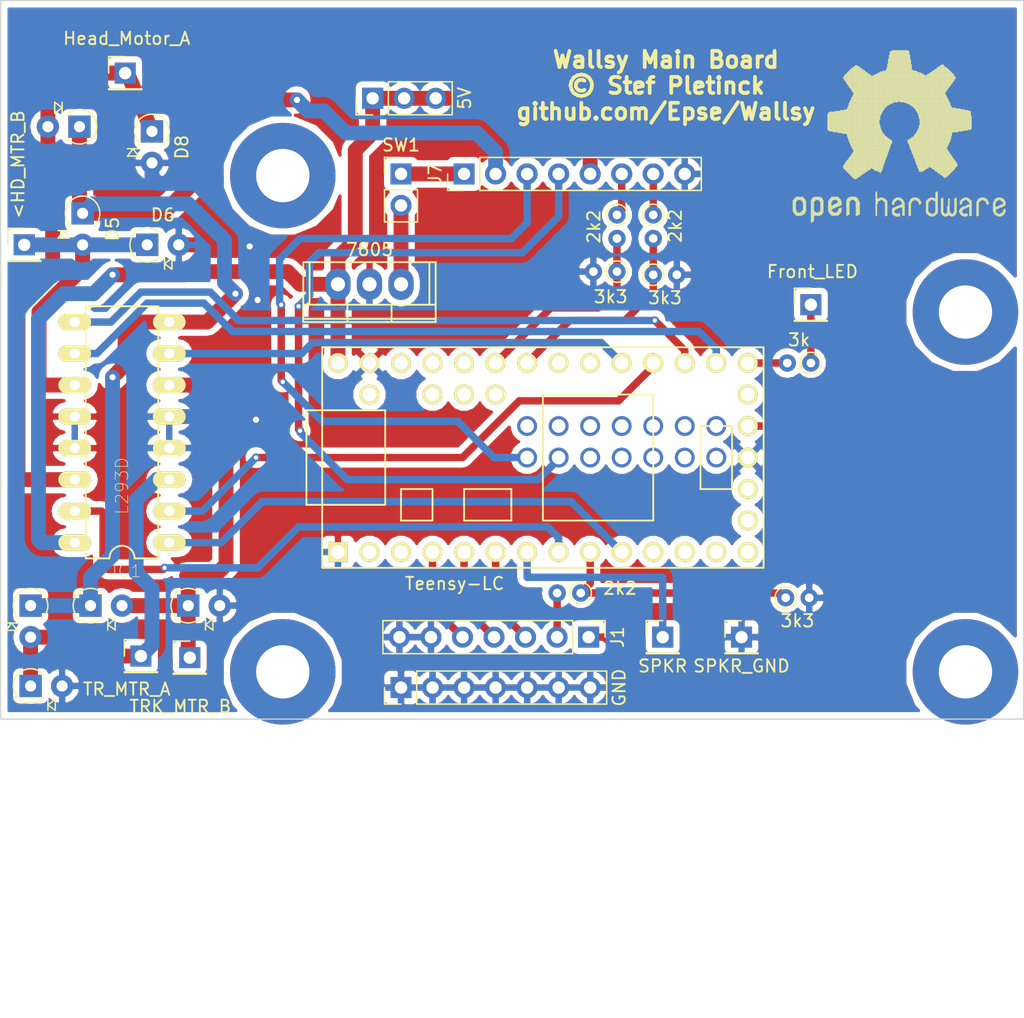
<source format=kicad_pcb>
(kicad_pcb (version 4) (host pcbnew 4.0.7)
  (layers (0 F.Cu signal) (31 B.Cu signal) (34 B.Paste user) (35 F.Paste user) (36 B.SilkS user) (37 F.SilkS user) (38 B.Mask user) (39 F.Mask user) (44 Edge.Cuts user))
  (net 0 "")
  (net 1 VCC)
  (net 2 "Net-(D1-Pad2)")
  (net 3 GND)
  (net 4 "Net-(D3-Pad2)")
  (net 5 "Net-(D5-Pad2)")
  (net 6 "Net-(D7-Pad2)")
  (net 7 /H_EN)
  (net 8 /H_1A)
  (net 9 /H_2A)
  (net 10 /H_top_EN)
  (net 11 /H_top_A)
  (net 12 /H_top_2A)
  (net 13 /5V_Regulated)
  (net 14 "Net-(J1-Pad1)")
  (net 15 "Net-(J1-Pad2)")
  (net 16 "Net-(J1-Pad3)")
  (net 17 "Net-(J1-Pad4)")
  (net 18 "Net-(J1-Pad5)")
  (net 19 "Net-(J2-Pad1)")
  (net 20 "Net-(J5-Pad1)")
  (net 21 /PWR_IN)
  (net 22 /USB_D+)
  (net 23 /USB_D-)
  (net 24 "Net-(J7-Pad6)")
  (net 25 "Net-(J7-Pad7)")
  (net 26 "Net-(R1-Pad2)")
  (net 27 "Net-(R2-Pad1)")
  (net 28 "Net-(R4-Pad1)")
  (net 29 "Net-(R6-Pad1)")
  (net 30 "Net-(SW1-Pad2)")
  (net 31 "Net-(U1-Pad19)")
  (net 32 "Net-(U1-Pad16)")
  (net 33 "Net-(U1-Pad15)")
  (net 34 "Net-(U1-Pad14)")
  (net 35 "Net-(U1-Pad25)")
  (net 36 "Net-(U1-Pad26)")
  (net 37 "Net-(U1-Pad29)")
  (net 38 "Net-(U1-Pad30)")
  (net 39 "Net-(U1-Pad31)")
  (net 40 "Net-(U1-Pad34)")
  (net 41 "Net-(U1-Pad35)")
  (net 42 "Net-(U1-Pad36)")
  (net 43 "Net-(U1-Pad37)")
  (net 44 "Net-(U1-Pad13)")
  (net 45 "Net-(U1-Pad12)")
  (net 46 "Net-(U1-Pad11)")
  (net 47 "Net-(U1-Pad3)")
  (net 48 "Net-(U1-Pad2)")
  (module Wire_Pads:SolderWirePad_single_1-2mmDrill (layer F.Cu) (at 119.634 85.09)
    (fp_text reference REF** hide)
    (fp_text value SolderWirePad_single_1-2mmDrill hide)
    (pad "" np_thru_hole circle (at 1.778 -14.6) (size 8.5 8.5) (drill 4.3) (layers *.Cu *.Mask))
  )
  (module Wire_Pads:SolderWirePad_single_1-2mmDrill (layer F.Cu) (at 121.412 110.49)
    (fp_text reference REF** hide)
    (fp_text value SolderWirePad_single_1-2mmDrill hide)
    (pad "" np_thru_hole circle (at 0 0) (size 8.5 8.5) (drill 4.3) (layers *.Cu *.Mask))
  )
  (module Wire_Pads:SolderWirePad_single_1-2mmDrill (layer F.Cu) (at 145.034 106.172)
    (fp_text reference REF** hide)
    (fp_text value SolderWirePad_single_1-2mmDrill hide)
    (pad "" np_thru_hole circle (at 31.378 4.318) (size 8.5 8.5) (drill 4.3) (layers *.Cu *.Mask))
  )
  (module Diodes_THT:D_A-405_P2.54mm_Vertical_AnodeUp (layer F.Cu) (at 101.092 105.156 270)
    (fp_text reference D1 hide)
    (fp_text value D hide)
    (pad 1 thru_hole rect (at 0 0 270) (size 1.8 1.8) (drill 0.9) (layers *.Cu *.Mask) (net 1 VCC))
    (pad 2 thru_hole oval (at 2.54 0 270) (size 1.8 1.8) (drill 0.9) (layers *.Cu *.Mask) (net 2 "Net-(D1-Pad2)"))
  )
  (module Diodes_THT:D_A-405_P2.54mm_Vertical_AnodeUp (layer F.Cu) (at 101.092 111.633)
    (fp_text reference D2 hide)
    (fp_text value D hide)
    (pad 1 thru_hole rect (at 0 0) (size 1.8 1.8) (drill 0.9) (layers *.Cu *.Mask) (net 2 "Net-(D1-Pad2)"))
    (pad 2 thru_hole oval (at 2.54 0) (size 1.8 1.8) (drill 0.9) (layers *.Cu *.Mask) (net 3 GND))
  )
  (module Diodes_THT:D_A-405_P2.54mm_Vertical_AnodeUp (layer F.Cu) (at 105.918 105.156)
    (fp_text reference D3 hide)
    (fp_text value D hide)
    (pad 1 thru_hole rect (at 0 0) (size 1.8 1.8) (drill 0.9) (layers *.Cu *.Mask) (net 1 VCC))
    (pad 2 thru_hole oval (at 2.54 0) (size 1.8 1.8) (drill 0.9) (layers *.Cu *.Mask) (net 4 "Net-(D3-Pad2)"))
  )
  (module Diodes_THT:D_A-405_P2.54mm_Vertical_AnodeUp (layer F.Cu) (at 113.792 105.156)
    (fp_text reference D4 hide)
    (fp_text value D hide)
    (pad 1 thru_hole rect (at 0 0) (size 1.8 1.8) (drill 0.9) (layers *.Cu *.Mask) (net 4 "Net-(D3-Pad2)"))
    (pad 2 thru_hole oval (at 2.54 0) (size 1.8 1.8) (drill 0.9) (layers *.Cu *.Mask) (net 3 GND))
  )
  (module Diodes_THT:D_A-405_P2.54mm_Vertical_AnodeUp (layer F.Cu) (at 105.283 73.533 270)
    (fp_text reference D5 (at 1.27 -2.41 270) (layer F.SilkS))
    (fp_text value D hide)
    (pad 1 thru_hole rect (at 0 0 270) (size 1.8 1.8) (drill 0.9) (layers *.Cu *.Mask) (net 1 VCC))
    (pad 2 thru_hole oval (at 2.54 0 270) (size 1.8 1.8) (drill 0.9) (layers *.Cu *.Mask) (net 5 "Net-(D5-Pad2)"))
  )
  (module Diodes_THT:D_A-405_P2.54mm_Vertical_AnodeUp (layer F.Cu) (at 110.49 76.073)
    (fp_text reference D6 (at 1.27 -2.41) (layer F.SilkS))
    (fp_text value D hide)
    (pad 1 thru_hole rect (at 0 0) (size 1.8 1.8) (drill 0.9) (layers *.Cu *.Mask) (net 5 "Net-(D5-Pad2)"))
    (pad 2 thru_hole oval (at 2.54 0) (size 1.8 1.8) (drill 0.9) (layers *.Cu *.Mask) (net 3 GND))
  )
  (module Diodes_THT:D_A-405_P2.54mm_Vertical_AnodeUp (layer F.Cu) (at 105.029 66.548 180)
    (fp_text reference D7 hide)
    (fp_text value D hide)
    (pad 1 thru_hole rect (at 0 0 180) (size 1.8 1.8) (drill 0.9) (layers *.Cu *.Mask) (net 1 VCC))
    (pad 2 thru_hole oval (at 2.54 0 180) (size 1.8 1.8) (drill 0.9) (layers *.Cu *.Mask) (net 6 "Net-(D7-Pad2)"))
  )
  (module Diodes_THT:D_A-405_P2.54mm_Vertical_AnodeUp (layer F.Cu) (at 110.871 66.929 270)
    (fp_text reference D8 (at 1.27 -2.41 270) (layer F.SilkS))
    (fp_text value D hide)
    (pad 1 thru_hole rect (at 0 0 270) (size 1.8 1.8) (drill 0.9) (layers *.Cu *.Mask) (net 6 "Net-(D7-Pad2)"))
    (pad 2 thru_hole oval (at 2.54 0 270) (size 1.8 1.8) (drill 0.9) (layers *.Cu *.Mask) (net 3 GND))
  )
  (module L293D:DIL16 (layer F.Cu) (at 108.458 91.186 90)
    (fp_text reference IC1 (at -11.1855 0.381325 180) (layer F.SilkS) (effects (font (size 1.00085 1.00085) (thickness 0.05))))
    (fp_text value L293D (at -4.32288 0 90) (layer F.SilkS) (effects (font (size 1.00113 1.00113) (thickness 0.05))))
    (pad 1 thru_hole oval (at -8.89 3.81 180) (size 2.6416 1.3208) (drill 0.8128) (layers *.Cu *.Mask F.SilkS) (net 7 /H_EN))
    (pad 2 thru_hole oval (at -6.35 3.81 180) (size 2.6416 1.3208) (drill 0.8128) (layers *.Cu *.Mask F.SilkS) (net 8 /H_1A))
    (pad 7 thru_hole oval (at 6.35 3.81 180) (size 2.6416 1.3208) (drill 0.8128) (layers *.Cu *.Mask F.SilkS) (net 9 /H_2A))
    (pad 8 thru_hole oval (at 8.89 3.81 180) (size 2.6416 1.3208) (drill 0.8128) (layers *.Cu *.Mask F.SilkS) (net 1 VCC))
    (pad 3 thru_hole oval (at -3.81 3.81 180) (size 2.6416 1.3208) (drill 0.8128) (layers *.Cu *.Mask F.SilkS) (net 2 "Net-(D1-Pad2)"))
    (pad 4 thru_hole oval (at -1.27 3.81 180) (size 2.6416 1.3208) (drill 0.8128) (layers *.Cu *.Mask F.SilkS) (net 3 GND))
    (pad 6 thru_hole oval (at 3.81 3.81 180) (size 2.6416 1.3208) (drill 0.8128) (layers *.Cu *.Mask F.SilkS) (net 4 "Net-(D3-Pad2)"))
    (pad 5 thru_hole oval (at 1.27 3.81 180) (size 2.6416 1.3208) (drill 0.8128) (layers *.Cu *.Mask F.SilkS) (net 3 GND))
    (pad 9 thru_hole oval (at 8.89 -3.81 180) (size 2.6416 1.3208) (drill 0.8128) (layers *.Cu *.Mask F.SilkS) (net 10 /H_top_EN))
    (pad 10 thru_hole oval (at 6.35 -3.81 180) (size 2.6416 1.3208) (drill 0.8128) (layers *.Cu *.Mask F.SilkS) (net 11 /H_top_A))
    (pad 11 thru_hole oval (at 3.81 -3.81 180) (size 2.6416 1.3208) (drill 0.8128) (layers *.Cu *.Mask F.SilkS) (net 5 "Net-(D5-Pad2)"))
    (pad 12 thru_hole oval (at 1.27 -3.81 180) (size 2.6416 1.3208) (drill 0.8128) (layers *.Cu *.Mask F.SilkS) (net 3 GND))
    (pad 13 thru_hole oval (at -1.27 -3.81 180) (size 2.6416 1.3208) (drill 0.8128) (layers *.Cu *.Mask F.SilkS) (net 3 GND))
    (pad 14 thru_hole oval (at -3.81 -3.81 180) (size 2.6416 1.3208) (drill 0.8128) (layers *.Cu *.Mask F.SilkS) (net 6 "Net-(D7-Pad2)"))
    (pad 15 thru_hole oval (at -6.35 -3.81 180) (size 2.6416 1.3208) (drill 0.8128) (layers *.Cu *.Mask F.SilkS) (net 12 /H_top_2A))
    (pad 16 thru_hole oval (at -8.89 -3.81 180) (size 2.6416 1.3208) (drill 0.8128) (layers *.Cu *.Mask F.SilkS) (net 13 /5V_Regulated))
  )
  (module Pin_Headers:Pin_Header_Straight_1x07_Pitch2.54mm (layer F.Cu) (at 146.05 107.696 270)
    (fp_text reference J1 (at 0 -2.33 270) (layer F.SilkS))
    (fp_text value Conn_01x07 hide)
    (pad 1 thru_hole rect (at 0 0 270) (size 1.7 1.7) (drill 1) (layers *.Cu *.Mask) (net 14 "Net-(J1-Pad1)"))
    (pad 2 thru_hole oval (at 0 2.54 270) (size 1.7 1.7) (drill 1) (layers *.Cu *.Mask) (net 15 "Net-(J1-Pad2)"))
    (pad 3 thru_hole oval (at 0 5.08 270) (size 1.7 1.7) (drill 1) (layers *.Cu *.Mask) (net 16 "Net-(J1-Pad3)"))
    (pad 4 thru_hole oval (at 0 7.62 270) (size 1.7 1.7) (drill 1) (layers *.Cu *.Mask) (net 17 "Net-(J1-Pad4)"))
    (pad 5 thru_hole oval (at 0 10.16 270) (size 1.7 1.7) (drill 1) (layers *.Cu *.Mask) (net 18 "Net-(J1-Pad5)"))
    (pad 6 thru_hole oval (at 0 12.7 270) (size 1.7 1.7) (drill 1) (layers *.Cu *.Mask) (net 3 GND))
    (pad 7 thru_hole oval (at 0 15.24 270) (size 1.7 1.7) (drill 1) (layers *.Cu *.Mask) (net 3 GND))
  )
  (module Pin_Headers:Pin_Header_Straight_1x01_Pitch2.54mm (layer F.Cu) (at 163.957 80.899)
    (fp_text reference J2 hide)
    (fp_text value Front_LED (at 0.127 -2.667) (layer F.SilkS))
    (pad 1 thru_hole rect (at 0 0) (size 1.7 1.7) (drill 1) (layers *.Cu *.Mask) (net 19 "Net-(J2-Pad1)"))
  )
  (module Pin_Headers:Pin_Header_Straight_1x01_Pitch2.54mm (layer F.Cu) (at 109.982 109.22)
    (fp_text reference J3 hide)
    (fp_text value TR_MTR_A (at -1.143 2.667) (layer F.SilkS))
    (pad 1 thru_hole rect (at 0 0) (size 1.7 1.7) (drill 1) (layers *.Cu *.Mask) (net 2 "Net-(D1-Pad2)"))
  )
  (module Pin_Headers:Pin_Header_Straight_1x03_Pitch2.54mm (layer F.Cu) (at 128.651 64.262 90)
    (fp_text reference J4 hide)
    (fp_text value 5V (at 0 7.41 90) (layer F.SilkS))
    (pad 1 thru_hole rect (at 0 0 90) (size 1.7 1.7) (drill 1) (layers *.Cu *.Mask) (net 13 /5V_Regulated))
    (pad 2 thru_hole oval (at 0 2.54 90) (size 1.7 1.7) (drill 1) (layers *.Cu *.Mask) (net 13 /5V_Regulated))
    (pad 3 thru_hole oval (at 0 5.08 90) (size 1.7 1.7) (drill 1) (layers *.Cu *.Mask) (net 13 /5V_Regulated))
  )
  (module Pin_Headers:Pin_Header_Straight_1x01_Pitch2.54mm (layer F.Cu) (at 152.019 107.696)
    (fp_text reference J5 hide)
    (fp_text value SPKR (at 0 2.33) (layer F.SilkS))
    (pad 1 thru_hole rect (at 0 0) (size 1.7 1.7) (drill 1) (layers *.Cu *.Mask) (net 20 "Net-(J5-Pad1)"))
  )
  (module Pin_Headers:Pin_Header_Straight_1x07_Pitch2.54mm (layer F.Cu) (at 130.937 111.76 90)
    (fp_text reference J6 hide)
    (fp_text value GND (at 0 17.57 90) (layer F.SilkS))
    (pad 1 thru_hole rect (at 0 0 90) (size 1.7 1.7) (drill 1) (layers *.Cu *.Mask) (net 3 GND))
    (pad 2 thru_hole oval (at 0 2.54 90) (size 1.7 1.7) (drill 1) (layers *.Cu *.Mask) (net 3 GND))
    (pad 3 thru_hole oval (at 0 5.08 90) (size 1.7 1.7) (drill 1) (layers *.Cu *.Mask) (net 3 GND))
    (pad 4 thru_hole oval (at 0 7.62 90) (size 1.7 1.7) (drill 1) (layers *.Cu *.Mask) (net 3 GND))
    (pad 5 thru_hole oval (at 0 10.16 90) (size 1.7 1.7) (drill 1) (layers *.Cu *.Mask) (net 3 GND))
    (pad 6 thru_hole oval (at 0 12.7 90) (size 1.7 1.7) (drill 1) (layers *.Cu *.Mask) (net 3 GND))
    (pad 7 thru_hole oval (at 0 15.24 90) (size 1.7 1.7) (drill 1) (layers *.Cu *.Mask) (net 3 GND))
  )
  (module Pin_Headers:Pin_Header_Straight_1x08_Pitch2.54mm (layer F.Cu) (at 136.017 70.358 90)
    (fp_text reference J7 (at 0 -2.33 90) (layer F.SilkS))
    (fp_text value Conn_01x08 hide)
    (pad 1 thru_hole rect (at 0 0 90) (size 1.7 1.7) (drill 1) (layers *.Cu *.Mask) (net 21 /PWR_IN))
    (pad 2 thru_hole oval (at 0 2.54 90) (size 1.7 1.7) (drill 1) (layers *.Cu *.Mask) (net 1 VCC))
    (pad 3 thru_hole oval (at 0 5.08 90) (size 1.7 1.7) (drill 1) (layers *.Cu *.Mask) (net 22 /USB_D+))
    (pad 4 thru_hole oval (at 0 7.62 90) (size 1.7 1.7) (drill 1) (layers *.Cu *.Mask) (net 23 /USB_D-))
    (pad 5 thru_hole oval (at 0 10.16 90) (size 1.7 1.7) (drill 1) (layers *.Cu *.Mask) (net 13 /5V_Regulated))
    (pad 6 thru_hole oval (at 0 12.7 90) (size 1.7 1.7) (drill 1) (layers *.Cu *.Mask) (net 24 "Net-(J7-Pad6)"))
    (pad 7 thru_hole oval (at 0 15.24 90) (size 1.7 1.7) (drill 1) (layers *.Cu *.Mask) (net 25 "Net-(J7-Pad7)"))
    (pad 8 thru_hole oval (at 0 17.78 90) (size 1.7 1.7) (drill 1) (layers *.Cu *.Mask) (net 3 GND))
  )
  (module Pin_Headers:Pin_Header_Straight_1x01_Pitch2.54mm (layer F.Cu) (at 113.919 109.347)
    (fp_text reference J8 hide)
    (fp_text value TRK_MTR_B (at -0.762 3.937) (layer F.SilkS))
    (pad 1 thru_hole rect (at 0 0) (size 1.7 1.7) (drill 1) (layers *.Cu *.Mask) (net 4 "Net-(D3-Pad2)"))
  )
  (module Pin_Headers:Pin_Header_Straight_1x01_Pitch2.54mm (layer F.Cu) (at 158.369 107.696)
    (fp_text reference J9 hide)
    (fp_text value SPKR_GND (at 0 2.33) (layer F.SilkS))
    (pad 1 thru_hole rect (at 0 0) (size 1.7 1.7) (drill 1) (layers *.Cu *.Mask) (net 3 GND))
  )
  (module Pin_Headers:Pin_Header_Straight_1x01_Pitch2.54mm (layer F.Cu) (at 100.584 76.073)
    (fp_text reference J10 hide)
    (fp_text value <HD_MTR_B (at -0.508 -6.477 90) (layer F.SilkS))
    (pad 1 thru_hole rect (at 0 0) (size 1.7 1.7) (drill 1) (layers *.Cu *.Mask) (net 5 "Net-(D5-Pad2)"))
  )
  (module Pin_Headers:Pin_Header_Straight_1x01_Pitch2.54mm (layer F.Cu) (at 108.712 62.23)
    (fp_text reference J11 hide)
    (fp_text value Head_Motor_A (at 0.127 -2.794) (layer F.SilkS))
    (pad 1 thru_hole rect (at 0 0) (size 1.7 1.7) (drill 1) (layers *.Cu *.Mask) (net 6 "Net-(D7-Pad2)"))
  )
  (module Resistors_THT:R_Axial_DIN0204_L3.6mm_D1.6mm_P1.90mm_Vertical (layer F.Cu) (at 163.957 85.598 180)
    (fp_text reference R1 hide)
    (fp_text value 3k (at 0.95 1.86 180) (layer F.SilkS))
    (pad 1 thru_hole circle (at 0 0 180) (size 1.4 1.4) (drill 0.7) (layers *.Cu *.Mask) (net 19 "Net-(J2-Pad1)"))
    (pad 2 thru_hole oval (at 1.9 0 180) (size 1.4 1.4) (drill 0.7) (layers *.Cu *.Mask) (net 26 "Net-(R1-Pad2)"))
  )
  (module Resistors_THT:R_Axial_DIN0204_L3.6mm_D1.6mm_P1.90mm_Vertical (layer F.Cu) (at 151.257 78.486)
    (fp_text reference R2 hide)
    (fp_text value 3k3 (at 0.95 1.86) (layer F.SilkS))
    (pad 1 thru_hole circle (at 0 0) (size 1.4 1.4) (drill 0.7) (layers *.Cu *.Mask) (net 27 "Net-(R2-Pad1)"))
    (pad 2 thru_hole oval (at 1.9 0) (size 1.4 1.4) (drill 0.7) (layers *.Cu *.Mask) (net 3 GND))
  )
  (module Resistors_THT:R_Axial_DIN0204_L3.6mm_D1.6mm_P1.90mm_Vertical (layer F.Cu) (at 151.257 73.66 270)
    (fp_text reference R3 hide)
    (fp_text value 2k2 (at 0.889 -1.778 270) (layer F.SilkS))
    (pad 1 thru_hole circle (at 0 0 270) (size 1.4 1.4) (drill 0.7) (layers *.Cu *.Mask) (net 25 "Net-(J7-Pad7)"))
    (pad 2 thru_hole oval (at 1.9 0 270) (size 1.4 1.4) (drill 0.7) (layers *.Cu *.Mask) (net 27 "Net-(R2-Pad1)"))
  )
  (module Resistors_THT:R_Axial_DIN0204_L3.6mm_D1.6mm_P1.90mm_Vertical (layer F.Cu) (at 145.415 104.14 180)
    (fp_text reference R4 hide)
    (fp_text value 2k2 (at -3.175 0.381 180) (layer F.SilkS))
    (pad 1 thru_hole circle (at 0 0 180) (size 1.4 1.4) (drill 0.7) (layers *.Cu *.Mask) (net 28 "Net-(R4-Pad1)"))
    (pad 2 thru_hole oval (at 1.9 0 180) (size 1.4 1.4) (drill 0.7) (layers *.Cu *.Mask) (net 15 "Net-(J1-Pad2)"))
  )
  (module Resistors_THT:R_Axial_DIN0204_L3.6mm_D1.6mm_P1.90mm_Vertical (layer F.Cu) (at 161.925 104.521)
    (fp_text reference R5 hide)
    (fp_text value 3k3 (at 0.95 1.86) (layer F.SilkS))
    (pad 1 thru_hole circle (at 0 0) (size 1.4 1.4) (drill 0.7) (layers *.Cu *.Mask) (net 28 "Net-(R4-Pad1)"))
    (pad 2 thru_hole oval (at 1.9 0) (size 1.4 1.4) (drill 0.7) (layers *.Cu *.Mask) (net 3 GND))
  )
  (module Resistors_THT:R_Axial_DIN0204_L3.6mm_D1.6mm_P1.90mm_Vertical (layer F.Cu) (at 148.336 78.232 180)
    (fp_text reference R6 hide)
    (fp_text value 3k3 (at 0.508 -2.032 180) (layer F.SilkS))
    (pad 1 thru_hole circle (at 0 0 180) (size 1.4 1.4) (drill 0.7) (layers *.Cu *.Mask) (net 29 "Net-(R6-Pad1)"))
    (pad 2 thru_hole oval (at 1.9 0 180) (size 1.4 1.4) (drill 0.7) (layers *.Cu *.Mask) (net 3 GND))
  )
  (module Resistors_THT:R_Axial_DIN0204_L3.6mm_D1.6mm_P1.90mm_Vertical (layer F.Cu) (at 148.336 73.66 270)
    (fp_text reference R7 hide)
    (fp_text value 2k2 (at 0.95 1.86 270) (layer F.SilkS))
    (pad 1 thru_hole circle (at 0 0 270) (size 1.4 1.4) (drill 0.7) (layers *.Cu *.Mask) (net 24 "Net-(J7-Pad6)"))
    (pad 2 thru_hole oval (at 1.9 0 270) (size 1.4 1.4) (drill 0.7) (layers *.Cu *.Mask) (net 29 "Net-(R6-Pad1)"))
  )
  (module Pin_Headers:Pin_Header_Straight_1x02_Pitch2.54mm (layer F.Cu) (at 130.937 70.358)
    (fp_text reference SW1 (at 0 -2.33) (layer F.SilkS))
    (fp_text value SW_DPST_x2 hide)
    (pad 1 thru_hole rect (at 0 0) (size 1.7 1.7) (drill 1) (layers *.Cu *.Mask) (net 21 /PWR_IN))
    (pad 2 thru_hole oval (at 0 2.54) (size 1.7 1.7) (drill 1) (layers *.Cu *.Mask) (net 30 "Net-(SW1-Pad2)"))
  )
  (module teensy:Teensy30_31_32_LC (layer F.Cu) (at 142.367 93.218)
    (fp_text reference U1 hide)
    (fp_text value Teensy-LC (at -7.112 10.16) (layer F.SilkS))
    (pad 17 thru_hole circle (at 16.51 0) (size 1.6 1.6) (drill 1.1) (layers *.Cu *.Mask F.SilkS) (net 3 GND))
    (pad 18 thru_hole circle (at 16.51 -2.54) (size 1.6 1.6) (drill 1.1) (layers *.Cu *.Mask F.SilkS) (net 14 "Net-(J1-Pad1)"))
    (pad 19 thru_hole circle (at 16.51 -5.08) (size 1.6 1.6) (drill 1.1) (layers *.Cu *.Mask F.SilkS) (net 31 "Net-(U1-Pad19)"))
    (pad 20 thru_hole circle (at 16.51 -7.62) (size 1.6 1.6) (drill 1.1) (layers *.Cu *.Mask F.SilkS) (net 26 "Net-(R1-Pad2)"))
    (pad 16 thru_hole circle (at 16.51 2.54) (size 1.6 1.6) (drill 1.1) (layers *.Cu *.Mask F.SilkS) (net 32 "Net-(U1-Pad16)"))
    (pad 15 thru_hole circle (at 16.51 5.08) (size 1.6 1.6) (drill 1.1) (layers *.Cu *.Mask F.SilkS) (net 33 "Net-(U1-Pad15)"))
    (pad 14 thru_hole circle (at 16.51 7.62) (size 1.6 1.6) (drill 1.1) (layers *.Cu *.Mask F.SilkS) (net 34 "Net-(U1-Pad14)"))
    (pad 21 thru_hole circle (at 13.97 -7.62) (size 1.6 1.6) (drill 1.1) (layers *.Cu *.Mask F.SilkS) (net 11 /H_top_A))
    (pad 22 thru_hole circle (at 11.43 -7.62) (size 1.6 1.6) (drill 1.1) (layers *.Cu *.Mask F.SilkS) (net 10 /H_top_EN))
    (pad 23 thru_hole circle (at 8.89 -7.62) (size 1.6 1.6) (drill 1.1) (layers *.Cu *.Mask F.SilkS) (net 8 /H_1A))
    (pad 24 thru_hole circle (at 6.35 -7.62) (size 1.6 1.6) (drill 1.1) (layers *.Cu *.Mask F.SilkS) (net 9 /H_2A))
    (pad 25 thru_hole circle (at 3.81 -7.62) (size 1.6 1.6) (drill 1.1) (layers *.Cu *.Mask F.SilkS) (net 35 "Net-(U1-Pad25)"))
    (pad 26 thru_hole circle (at 1.27 -7.62) (size 1.6 1.6) (drill 1.1) (layers *.Cu *.Mask F.SilkS) (net 36 "Net-(U1-Pad26)"))
    (pad 27 thru_hole circle (at -1.27 -7.62) (size 1.6 1.6) (drill 1.1) (layers *.Cu *.Mask F.SilkS) (net 27 "Net-(R2-Pad1)"))
    (pad 28 thru_hole circle (at -3.81 -7.62) (size 1.6 1.6) (drill 1.1) (layers *.Cu *.Mask F.SilkS) (net 29 "Net-(R6-Pad1)"))
    (pad 29 thru_hole circle (at -6.35 -7.62) (size 1.6 1.6) (drill 1.1) (layers *.Cu *.Mask F.SilkS) (net 37 "Net-(U1-Pad29)"))
    (pad 30 thru_hole circle (at -8.89 -7.62) (size 1.6 1.6) (drill 1.1) (layers *.Cu *.Mask F.SilkS) (net 38 "Net-(U1-Pad30)"))
    (pad 31 thru_hole circle (at -11.43 -7.62) (size 1.6 1.6) (drill 1.1) (layers *.Cu *.Mask F.SilkS) (net 39 "Net-(U1-Pad31)"))
    (pad 32 thru_hole circle (at -13.97 -7.62) (size 1.6 1.6) (drill 1.1) (layers *.Cu *.Mask F.SilkS) (net 3 GND))
    (pad 33 thru_hole circle (at -16.51 -7.62) (size 1.6 1.6) (drill 1.1) (layers *.Cu *.Mask F.SilkS) (net 13 /5V_Regulated))
    (pad 34 thru_hole circle (at -13.97 -5.08) (size 1.6 1.6) (drill 1.1) (layers *.Cu *.Mask F.SilkS) (net 40 "Net-(U1-Pad34)"))
    (pad 35 thru_hole circle (at -8.89 -5.08) (size 1.6 1.6) (drill 1.1) (layers *.Cu *.Mask F.SilkS) (net 41 "Net-(U1-Pad35)"))
    (pad 36 thru_hole circle (at -6.35 -5.08) (size 1.6 1.6) (drill 1.1) (layers *.Cu *.Mask F.SilkS) (net 42 "Net-(U1-Pad36)"))
    (pad 37 thru_hole circle (at -3.81 -5.08) (size 1.6 1.6) (drill 1.1) (layers *.Cu *.Mask F.SilkS) (net 43 "Net-(U1-Pad37)"))
    (pad 13 thru_hole circle (at 13.97 7.62) (size 1.6 1.6) (drill 1.1) (layers *.Cu *.Mask F.SilkS) (net 44 "Net-(U1-Pad13)"))
    (pad 12 thru_hole circle (at 11.43 7.62) (size 1.6 1.6) (drill 1.1) (layers *.Cu *.Mask F.SilkS) (net 45 "Net-(U1-Pad12)"))
    (pad 11 thru_hole circle (at 8.89 7.62) (size 1.6 1.6) (drill 1.1) (layers *.Cu *.Mask F.SilkS) (net 46 "Net-(U1-Pad11)"))
    (pad 10 thru_hole circle (at 6.35 7.62) (size 1.6 1.6) (drill 1.1) (layers *.Cu *.Mask F.SilkS) (net 7 /H_EN))
    (pad 9 thru_hole circle (at 3.81 7.62) (size 1.6 1.6) (drill 1.1) (layers *.Cu *.Mask F.SilkS) (net 28 "Net-(R4-Pad1)"))
    (pad 8 thru_hole circle (at 1.27 7.62) (size 1.6 1.6) (drill 1.1) (layers *.Cu *.Mask F.SilkS) (net 12 /H_top_2A))
    (pad 7 thru_hole circle (at -1.27 7.62) (size 1.6 1.6) (drill 1.1) (layers *.Cu *.Mask F.SilkS) (net 20 "Net-(J5-Pad1)"))
    (pad 6 thru_hole circle (at -3.81 7.62) (size 1.6 1.6) (drill 1.1) (layers *.Cu *.Mask F.SilkS) (net 16 "Net-(J1-Pad3)"))
    (pad 5 thru_hole circle (at -6.35 7.62) (size 1.6 1.6) (drill 1.1) (layers *.Cu *.Mask F.SilkS) (net 17 "Net-(J1-Pad4)"))
    (pad 4 thru_hole circle (at -8.89 7.62) (size 1.6 1.6) (drill 1.1) (layers *.Cu *.Mask F.SilkS) (net 18 "Net-(J1-Pad5)"))
    (pad 3 thru_hole circle (at -11.43 7.62) (size 1.6 1.6) (drill 1.1) (layers *.Cu *.Mask F.SilkS) (net 47 "Net-(U1-Pad3)"))
    (pad 2 thru_hole circle (at -13.97 7.62) (size 1.6 1.6) (drill 1.1) (layers *.Cu *.Mask F.SilkS) (net 48 "Net-(U1-Pad2)"))
    (pad 1 thru_hole rect (at -16.51 7.62) (size 1.6 1.6) (drill 1.1) (layers *.Cu *.Mask F.SilkS) (net 3 GND))
    (pad 38 thru_hole circle (at -1.27 0) (size 1.6 1.6) (drill 1.1) (layers *.Cu *.Mask) (net 22 /USB_D+))
    (pad 39 thru_hole circle (at 1.27 0) (size 1.6 1.6) (drill 1.1) (layers *.Cu *.Mask) (net 23 /USB_D-))
    (pad 40 thru_hole circle (at 3.81 0) (size 1.6 1.6) (drill 1.1) (layers *.Cu *.Mask))
    (pad 41 thru_hole circle (at 6.35 0) (size 1.6 1.6) (drill 1.1) (layers *.Cu *.Mask))
    (pad 42 thru_hole circle (at 8.89 0) (size 1.6 1.6) (drill 1.1) (layers *.Cu *.Mask))
    (pad 43 thru_hole circle (at 11.43 0) (size 1.6 1.6) (drill 1.1) (layers *.Cu *.Mask))
    (pad 44 thru_hole circle (at 13.97 0) (size 1.6 1.6) (drill 1.1) (layers *.Cu *.Mask))
    (pad 45 thru_hole circle (at 13.97 -2.54) (size 1.6 1.6) (drill 1.1) (layers *.Cu *.Mask))
    (pad 46 thru_hole circle (at 11.43 -2.54) (size 1.6 1.6) (drill 1.1) (layers *.Cu *.Mask))
    (pad 47 thru_hole circle (at 8.89 -2.54) (size 1.6 1.6) (drill 1.1) (layers *.Cu *.Mask))
    (pad 48 thru_hole circle (at 6.35 -2.54) (size 1.6 1.6) (drill 1.1) (layers *.Cu *.Mask))
    (pad 49 thru_hole circle (at 3.81 -2.54) (size 1.6 1.6) (drill 1.1) (layers *.Cu *.Mask))
    (pad 50 thru_hole circle (at 1.27 -2.54) (size 1.6 1.6) (drill 1.1) (layers *.Cu *.Mask))
    (pad 51 thru_hole circle (at -1.27 -2.54) (size 1.6 1.6) (drill 1.1) (layers *.Cu *.Mask))
  )
  (module Power_Integrations:TO-220 (layer F.Cu) (at 128.397 79.248 180)
    (fp_text reference U2 hide)
    (fp_text value 7805 (at 0 2.794 180) (layer F.SilkS))
    (pad 2 thru_hole oval (at 0 0 180) (size 2.032 2.54) (drill 1.143) (layers *.Cu *.Mask) (net 3 GND))
    (pad 3 thru_hole oval (at 2.54 0 180) (size 2.032 2.54) (drill 1.143) (layers *.Cu *.Mask) (net 13 /5V_Regulated))
    (pad 1 thru_hole oval (at -2.54 0 180) (size 2.032 2.54) (drill 1.143) (layers *.Cu *.Mask) (net 30 "Net-(SW1-Pad2)"))
  )
  (module Wire_Pads:SolderWirePad_single_1-2mmDrill (layer F.Cu) (at 152.4 138.176)
    (fp_text reference REF** hide)
    (fp_text value SolderWirePad_single_1-2mmDrill hide)
    (pad "" np_thru_hole circle (at 24.012 -56.686) (size 8.5 8.5) (drill 4.3) (layers *.Cu *.Mask))
  )
  (module OPENHARDWARE:OSHWLOGO0.75IN (layer F.Cu) (at 161.544 58.039)
    (fp_text reference G*** hide)
    (fp_text value LOGO hide)
  )
  (gr_text "Wallsy Main Board\n© Stef Pletinck\ngithub.com/Epse/Wallsy" (at 152.273 63.246) (layer F.SilkS) (effects (font (size 1.3 1.3) (thickness 0.3))))
  (gr_line (start 181.102 114.3) (end 180.594 114.3) (angle 90) (layer Edge.Cuts) (width 0.1))
  (gr_line (start 181.102 56.388) (end 181.102 114.3) (angle 90) (layer Edge.Cuts) (width 0.1))
  (gr_line (start 98.679 56.388) (end 181.102 56.388) (angle 90) (layer Edge.Cuts) (width 0.1))
  (gr_line (start 98.679 114.3) (end 98.679 56.388) (angle 90) (layer Edge.Cuts) (width 0.1))
  (gr_line (start 180.721 114.3) (end 98.679 114.3) (angle 90) (layer Edge.Cuts) (width 0.1))
  (segment (start 106.045 72.771) (end 105.283 73.533) (width 1.2) (layer B.Cu) (net 1))
  (segment (start 113.792 72.771) (end 106.045 72.771) (width 1.2) (layer B.Cu) (net 1))
  (segment (start 116.713 75.692) (end 113.792 72.771) (width 1.2) (layer B.Cu) (net 1))
  (segment (start 116.713 79.121) (end 116.713 75.692) (width 1.2) (layer B.Cu) (net 1))
  (segment (start 117.602 80.01) (end 116.713 79.121) (width 1.2) (layer B.Cu) (net 1))
  (via (at 117.602 80.01) (size 1) (drill 0.5) (layers F.Cu B.Cu) (net 1))
  (segment (start 115.316 82.296) (end 117.602 80.01) (width 1.2) (layer F.Cu) (net 1))
  (segment (start 112.268 82.296) (end 115.316 82.296) (width 1.2) (layer F.Cu) (net 1))
  (segment (start 105.283 73.533) (end 111.76 73.533) (width 1.2) (layer F.Cu) (net 1))
  (segment (start 138.557 68.58) (end 138.557 70.358) (width 1.2) (layer B.Cu) (net 1))
  (segment (start 137.033 67.056) (end 138.557 68.58) (width 1.2) (layer B.Cu) (net 1))
  (segment (start 126.492 67.056) (end 137.033 67.056) (width 1.2) (layer B.Cu) (net 1))
  (segment (start 124.714 65.278) (end 126.492 67.056) (width 1.2) (layer B.Cu) (net 1))
  (segment (start 123.444 65.278) (end 124.714 65.278) (width 1.2) (layer B.Cu) (net 1))
  (segment (start 122.555 64.389) (end 123.444 65.278) (width 1.2) (layer B.Cu) (net 1))
  (via (at 122.555 64.389) (size 1) (drill 0.5) (layers F.Cu B.Cu) (net 1))
  (segment (start 118.872 64.389) (end 122.555 64.389) (width 1.2) (layer F.Cu) (net 1))
  (segment (start 115.697 67.564) (end 118.872 64.389) (width 1.2) (layer F.Cu) (net 1))
  (segment (start 115.697 69.596) (end 115.697 67.564) (width 1.2) (layer F.Cu) (net 1))
  (segment (start 111.76 73.533) (end 115.697 69.596) (width 1.2) (layer F.Cu) (net 1))
  (segment (start 105.918 105.156) (end 105.918 102.87) (width 1.2) (layer B.Cu) (net 1))
  (segment (start 109.982 82.296) (end 112.268 82.296) (width 1.2) (layer F.Cu) (net 1))
  (segment (start 108.712 83.566) (end 109.982 82.296) (width 1.2) (layer F.Cu) (net 1))
  (segment (start 108.712 85.725) (end 108.712 83.566) (width 1.2) (layer F.Cu) (net 1))
  (segment (start 107.696 86.741) (end 108.712 85.725) (width 1.2) (layer F.Cu) (net 1))
  (via (at 107.696 86.741) (size 1) (drill 0.5) (layers F.Cu B.Cu) (net 1))
  (segment (start 107.696 101.092) (end 107.696 86.741) (width 1.2) (layer B.Cu) (net 1))
  (segment (start 105.918 102.87) (end 107.696 101.092) (width 1.2) (layer B.Cu) (net 1))
  (segment (start 105.918 105.156) (end 101.092 105.156) (width 1.2) (layer B.Cu) (net 1))
  (segment (start 105.029 66.548) (end 105.029 73.279) (width 1.2) (layer F.Cu) (net 1))
  (segment (start 105.029 73.279) (end 105.283 73.533) (width 1.2) (layer F.Cu) (net 1))
  (segment (start 112.268 94.996) (end 111.252 94.996) (width 1.2) (layer B.Cu) (net 2))
  (segment (start 111.252 94.996) (end 109.601 96.647) (width 1.2) (layer B.Cu) (net 2))
  (segment (start 109.601 96.647) (end 109.601 102.489) (width 1.2) (layer B.Cu) (net 2))
  (segment (start 109.601 102.489) (end 110.871 103.759) (width 1.2) (layer B.Cu) (net 2))
  (segment (start 110.871 103.759) (end 110.871 108.331) (width 1.2) (layer B.Cu) (net 2))
  (segment (start 110.871 108.331) (end 109.982 109.22) (width 1.2) (layer B.Cu) (net 2))
  (segment (start 101.092 107.696) (end 101.092 111.633) (width 1.2) (layer F.Cu) (net 2))
  (segment (start 101.092 107.696) (end 102.743 107.696) (width 1.2) (layer F.Cu) (net 2))
  (segment (start 104.267 109.22) (end 109.982 109.22) (width 1.2) (layer F.Cu) (net 2))
  (segment (start 102.743 107.696) (end 104.267 109.22) (width 1.2) (layer F.Cu) (net 2))
  (segment (start 118.745 76.2) (end 118.745 78.486) (width 1.2) (layer B.Cu) (net 3))
  (segment (start 118.999 89.916) (end 112.268 89.916) (width 1.2) (layer B.Cu) (net 3))
  (segment (start 119.253 90.17) (end 118.999 89.916) (width 1.2) (layer B.Cu) (net 3))
  (via (at 119.253 90.17) (size 1) (drill 0.5) (layers F.Cu B.Cu) (net 3))
  (segment (start 119.253 80.645) (end 119.253 90.17) (width 1.2) (layer F.Cu) (net 3))
  (segment (start 119.38 80.518) (end 119.253 80.645) (width 1.2) (layer F.Cu) (net 3))
  (via (at 119.38 80.518) (size 1) (drill 0.5) (layers F.Cu B.Cu) (net 3))
  (segment (start 119.38 79.121) (end 119.38 80.518) (width 1.2) (layer B.Cu) (net 3))
  (segment (start 118.745 78.486) (end 119.38 79.121) (width 1.2) (layer B.Cu) (net 3))
  (segment (start 110.871 69.469) (end 110.871 70.612) (width 1.2) (layer B.Cu) (net 3))
  (segment (start 118.618 76.073) (end 113.03 76.073) (width 1.2) (layer F.Cu) (net 3))
  (segment (start 118.745 76.2) (end 118.618 76.073) (width 1.2) (layer F.Cu) (net 3))
  (via (at 118.745 76.2) (size 1) (drill 0.5) (layers F.Cu B.Cu) (net 3))
  (segment (start 118.745 75.438) (end 118.745 76.2) (width 1.2) (layer B.Cu) (net 3))
  (segment (start 114.427 71.12) (end 118.745 75.438) (width 1.2) (layer B.Cu) (net 3))
  (segment (start 111.379 71.12) (end 114.427 71.12) (width 1.2) (layer B.Cu) (net 3))
  (segment (start 110.871 70.612) (end 111.379 71.12) (width 1.2) (layer B.Cu) (net 3))
  (segment (start 112.268 87.376) (end 114.046 87.376) (width 1.2) (layer F.Cu) (net 4))
  (segment (start 113.792 102.87) (end 113.792 105.156) (width 1.2) (layer F.Cu) (net 4))
  (segment (start 113.665 102.743) (end 113.792 102.87) (width 1.2) (layer F.Cu) (net 4))
  (segment (start 115.951 102.743) (end 113.665 102.743) (width 1.2) (layer F.Cu) (net 4))
  (segment (start 116.84 101.854) (end 115.951 102.743) (width 1.2) (layer F.Cu) (net 4))
  (segment (start 116.84 90.17) (end 116.84 101.854) (width 1.2) (layer F.Cu) (net 4))
  (segment (start 114.046 87.376) (end 116.84 90.17) (width 1.2) (layer F.Cu) (net 4))
  (segment (start 108.458 105.156) (end 113.792 105.156) (width 1.2) (layer F.Cu) (net 4))
  (segment (start 113.792 105.156) (end 113.792 109.22) (width 1.2) (layer F.Cu) (net 4))
  (segment (start 113.792 109.22) (end 113.919 109.347) (width 1.2) (layer F.Cu) (net 4))
  (segment (start 113.792 109.22) (end 113.919 109.347) (width 0.6) (layer F.Cu) (net 4))
  (segment (start 105.283 76.073) (end 105.283 77.969166) (width 1.2) (layer F.Cu) (net 5))
  (segment (start 101.776002 87.376) (end 104.648 87.376) (width 1.2) (layer F.Cu) (net 5))
  (segment (start 101.776002 81.476164) (end 101.776002 87.376) (width 1.2) (layer F.Cu) (net 5))
  (segment (start 105.283 77.969166) (end 101.776002 81.476164) (width 1.2) (layer F.Cu) (net 5))
  (segment (start 105.283 76.073) (end 110.49 76.073) (width 1.2) (layer B.Cu) (net 5))
  (segment (start 100.584 76.073) (end 105.283 76.073) (width 1.2) (layer B.Cu) (net 5))
  (segment (start 108.712 62.23) (end 103.759 62.23) (width 1.2) (layer F.Cu) (net 6))
  (segment (start 102.489 63.5) (end 102.489 66.548) (width 1.2) (layer F.Cu) (net 6))
  (segment (start 103.759 62.23) (end 102.489 63.5) (width 1.2) (layer F.Cu) (net 6))
  (segment (start 108.712 62.23) (end 108.839 62.103) (width 1.2) (layer F.Cu) (net 6))
  (segment (start 108.839 62.103) (end 110.871 66.929) (width 1.2) (layer F.Cu) (net 6))
  (segment (start 104.648 94.996) (end 99.949 94.996) (width 1.2) (layer F.Cu) (net 6))
  (segment (start 99.949 94.996) (end 100.076 94.869) (width 1.2) (layer F.Cu) (net 6))
  (segment (start 100.076 94.869) (end 100.076 80.772) (width 1.2) (layer F.Cu) (net 6))
  (segment (start 100.076 80.772) (end 102.87 77.978) (width 1.2) (layer F.Cu) (net 6))
  (segment (start 102.87 77.978) (end 102.87 70.231) (width 1.2) (layer F.Cu) (net 6))
  (segment (start 102.87 70.231) (end 102.489 69.85) (width 1.2) (layer F.Cu) (net 6))
  (segment (start 102.489 69.85) (end 102.489 66.548) (width 1.2) (layer F.Cu) (net 6))
  (segment (start 112.268 100.076) (end 116.459 100.076) (width 0.6) (layer B.Cu) (net 7))
  (segment (start 144.653 96.774) (end 148.717 100.838) (width 0.6) (layer B.Cu) (net 7))
  (segment (start 119.761 96.774) (end 144.653 96.774) (width 0.6) (layer B.Cu) (net 7))
  (segment (start 116.459 100.076) (end 119.761 96.774) (width 0.6) (layer B.Cu) (net 7))
  (segment (start 151.257 85.598) (end 151.257 85.852) (width 0.6) (layer F.Cu) (net 8))
  (segment (start 151.257 85.852) (end 148.463 88.646) (width 0.6) (layer F.Cu) (net 8))
  (segment (start 148.463 88.646) (end 140.462 88.646) (width 0.6) (layer F.Cu) (net 8))
  (segment (start 140.462 88.646) (end 135.89 93.218) (width 0.6) (layer F.Cu) (net 8))
  (segment (start 135.89 93.218) (end 119.253 93.218) (width 0.6) (layer F.Cu) (net 8))
  (via (at 119.253 93.218) (size 0.66) (drill 0.34) (layers F.Cu B.Cu) (net 8))
  (segment (start 119.253 93.218) (end 114.935 97.536) (width 0.6) (layer B.Cu) (net 8))
  (segment (start 114.935 97.536) (end 112.268 97.536) (width 0.6) (layer B.Cu) (net 8))
  (segment (start 112.268 84.836) (end 122.936 84.836) (width 0.6) (layer B.Cu) (net 9))
  (segment (start 147.066 83.947) (end 148.717 85.598) (width 0.6) (layer B.Cu) (net 9))
  (segment (start 123.825 83.947) (end 147.066 83.947) (width 0.6) (layer B.Cu) (net 9))
  (segment (start 122.936 84.836) (end 123.825 83.947) (width 0.6) (layer B.Cu) (net 9))
  (segment (start 104.648 82.296) (end 107.569 82.296) (width 0.6) (layer B.Cu) (net 10))
  (segment (start 153.797 84.582) (end 153.797 85.598) (width 0.6) (layer F.Cu) (net 10))
  (segment (start 151.384 82.169) (end 153.797 84.582) (width 0.6) (layer F.Cu) (net 10))
  (via (at 151.384 82.169) (size 0.66) (drill 0.34) (layers F.Cu B.Cu) (net 10))
  (segment (start 117.856 82.169) (end 151.384 82.169) (width 0.6) (layer B.Cu) (net 10))
  (segment (start 115.57 79.883) (end 117.856 82.169) (width 0.6) (layer B.Cu) (net 10))
  (segment (start 109.982 79.883) (end 115.57 79.883) (width 0.6) (layer B.Cu) (net 10))
  (segment (start 107.569 82.296) (end 109.982 79.883) (width 0.6) (layer B.Cu) (net 10))
  (segment (start 156.337 85.598) (end 156.337 84.455) (width 0.6) (layer B.Cu) (net 11))
  (segment (start 106.426 84.836) (end 104.648 84.836) (width 0.6) (layer B.Cu) (net 11))
  (segment (start 110.49 80.772) (end 106.426 84.836) (width 0.6) (layer B.Cu) (net 11))
  (segment (start 115.062 80.772) (end 110.49 80.772) (width 0.6) (layer B.Cu) (net 11))
  (segment (start 117.348 83.058) (end 115.062 80.772) (width 0.6) (layer B.Cu) (net 11))
  (segment (start 154.94 83.058) (end 117.348 83.058) (width 0.6) (layer B.Cu) (net 11))
  (segment (start 156.337 84.455) (end 154.94 83.058) (width 0.6) (layer B.Cu) (net 11))
  (segment (start 143.637 100.838) (end 143.637 99.695) (width 0.6) (layer B.Cu) (net 12))
  (segment (start 106.807 97.536) (end 104.648 97.536) (width 0.6) (layer F.Cu) (net 12))
  (segment (start 106.934 97.663) (end 106.807 97.536) (width 0.6) (layer F.Cu) (net 12))
  (segment (start 106.934 101.854) (end 106.934 97.663) (width 0.6) (layer F.Cu) (net 12))
  (segment (start 107.315 102.235) (end 106.934 101.854) (width 0.6) (layer F.Cu) (net 12))
  (segment (start 111.76 102.235) (end 107.315 102.235) (width 0.6) (layer F.Cu) (net 12))
  (segment (start 111.887 102.108) (end 111.76 102.235) (width 0.6) (layer F.Cu) (net 12))
  (via (at 111.887 102.108) (size 0.66) (drill 0.34) (layers F.Cu B.Cu) (net 12))
  (segment (start 119.38 102.108) (end 111.887 102.108) (width 0.6) (layer B.Cu) (net 12))
  (segment (start 122.682 98.806) (end 119.38 102.108) (width 0.6) (layer B.Cu) (net 12))
  (segment (start 142.748 98.806) (end 122.682 98.806) (width 0.6) (layer B.Cu) (net 12))
  (segment (start 143.637 99.695) (end 142.748 98.806) (width 0.6) (layer B.Cu) (net 12))
  (segment (start 105.918 97.536) (end 104.648 97.536) (width 0.6) (layer F.Cu) (net 12))
  (segment (start 125.857 79.248) (end 122.809 79.248) (width 1.2) (layer F.Cu) (net 13))
  (segment (start 101.981 100.076) (end 104.648 100.076) (width 1.2) (layer B.Cu) (net 13))
  (segment (start 101.727 99.822) (end 101.981 100.076) (width 1.2) (layer B.Cu) (net 13))
  (segment (start 101.727 82.042) (end 101.727 99.822) (width 1.2) (layer B.Cu) (net 13))
  (segment (start 103.759 80.01) (end 101.727 82.042) (width 1.2) (layer B.Cu) (net 13))
  (segment (start 106.172 80.01) (end 103.759 80.01) (width 1.2) (layer B.Cu) (net 13))
  (segment (start 107.696 78.486) (end 106.172 80.01) (width 1.2) (layer B.Cu) (net 13))
  (via (at 107.696 78.486) (size 1) (drill 0.5) (layers F.Cu B.Cu) (net 13))
  (segment (start 113.411 78.486) (end 107.696 78.486) (width 1.2) (layer F.Cu) (net 13))
  (segment (start 113.665 78.232) (end 113.411 78.486) (width 1.2) (layer F.Cu) (net 13))
  (segment (start 121.793 78.232) (end 113.665 78.232) (width 1.2) (layer F.Cu) (net 13))
  (segment (start 122.809 79.248) (end 121.793 78.232) (width 1.2) (layer F.Cu) (net 13))
  (segment (start 133.731 64.262) (end 144.145 64.262) (width 1.2) (layer F.Cu) (net 13))
  (segment (start 146.177 66.294) (end 146.177 70.358) (width 1.2) (layer F.Cu) (net 13))
  (segment (start 144.145 64.262) (end 146.177 66.294) (width 1.2) (layer F.Cu) (net 13))
  (segment (start 131.191 64.262) (end 133.731 64.262) (width 1.2) (layer F.Cu) (net 13))
  (segment (start 131.191 64.262) (end 128.651 64.262) (width 1.2) (layer F.Cu) (net 13))
  (segment (start 128.651 64.262) (end 128.651 67.056) (width 1.2) (layer F.Cu) (net 13))
  (segment (start 125.857 77.089) (end 125.857 79.248) (width 1.2) (layer F.Cu) (net 13))
  (segment (start 127.254 75.692) (end 125.857 77.089) (width 1.2) (layer F.Cu) (net 13))
  (segment (start 127.254 68.453) (end 127.254 75.692) (width 1.2) (layer F.Cu) (net 13))
  (segment (start 128.651 67.056) (end 127.254 68.453) (width 1.2) (layer F.Cu) (net 13))
  (segment (start 125.857 79.248) (end 125.857 85.598) (width 1.2) (layer F.Cu) (net 13))
  (segment (start 146.05 107.696) (end 147.32 107.696) (width 0.6) (layer F.Cu) (net 14))
  (segment (start 165.1 90.678) (end 158.877 90.678) (width 0.6) (layer F.Cu) (net 14))
  (segment (start 167.386 92.964) (end 165.1 90.678) (width 0.6) (layer F.Cu) (net 14))
  (segment (start 167.386 108.077) (end 167.386 92.964) (width 0.6) (layer F.Cu) (net 14))
  (segment (start 165.354 110.109) (end 167.386 108.077) (width 0.6) (layer F.Cu) (net 14))
  (segment (start 149.733 110.109) (end 165.354 110.109) (width 0.6) (layer F.Cu) (net 14))
  (segment (start 147.32 107.696) (end 149.733 110.109) (width 0.6) (layer F.Cu) (net 14))
  (segment (start 143.515 104.14) (end 143.515 107.691) (width 0.6) (layer F.Cu) (net 15))
  (segment (start 143.515 107.691) (end 143.51 107.696) (width 0.6) (layer F.Cu) (net 15))
  (segment (start 138.557 100.838) (end 138.557 105.283) (width 0.6) (layer F.Cu) (net 16))
  (segment (start 138.557 105.283) (end 140.97 107.696) (width 0.6) (layer F.Cu) (net 16))
  (segment (start 136.017 100.838) (end 136.017 105.283) (width 0.6) (layer F.Cu) (net 17))
  (segment (start 136.017 105.283) (end 138.43 107.696) (width 0.6) (layer F.Cu) (net 17))
  (segment (start 133.477 100.838) (end 133.477 105.283) (width 0.6) (layer F.Cu) (net 18))
  (segment (start 133.477 105.283) (end 135.89 107.696) (width 0.6) (layer F.Cu) (net 18))
  (segment (start 163.957 80.899) (end 163.957 85.598) (width 0.6) (layer F.Cu) (net 19))
  (segment (start 141.097 100.838) (end 141.097 102.87) (width 0.6) (layer B.Cu) (net 20))
  (segment (start 152.019 102.87) (end 152.019 107.696) (width 0.6) (layer B.Cu) (net 20))
  (segment (start 141.097 102.87) (end 152.019 102.87) (width 0.6) (layer B.Cu) (net 20))
  (segment (start 130.937 70.358) (end 136.017 70.358) (width 1.2) (layer F.Cu) (net 21))
  (segment (start 141.097 93.218) (end 138.43 93.218) (width 0.6) (layer B.Cu) (net 22))
  (segment (start 141.097 74.295) (end 141.097 70.358) (width 0.6) (layer B.Cu) (net 22))
  (segment (start 139.827 75.565) (end 141.097 74.295) (width 0.6) (layer B.Cu) (net 22))
  (segment (start 122.809 75.565) (end 139.827 75.565) (width 0.6) (layer B.Cu) (net 22))
  (segment (start 121.158 77.216) (end 122.809 75.565) (width 0.6) (layer B.Cu) (net 22))
  (segment (start 121.158 80.772) (end 121.158 77.216) (width 0.6) (layer B.Cu) (net 22))
  (segment (start 121.285 80.899) (end 121.158 80.772) (width 0.6) (layer B.Cu) (net 22))
  (via (at 121.285 80.899) (size 0.66) (drill 0.34) (layers F.Cu B.Cu) (net 22))
  (segment (start 121.285 86.995) (end 121.285 80.899) (width 0.6) (layer F.Cu) (net 22))
  (segment (start 121.412 87.122) (end 121.285 86.995) (width 0.6) (layer F.Cu) (net 22))
  (via (at 121.412 87.122) (size 0.66) (drill 0.34) (layers F.Cu B.Cu) (net 22))
  (segment (start 124.587 90.297) (end 121.412 87.122) (width 0.6) (layer B.Cu) (net 22))
  (segment (start 135.509 90.297) (end 124.587 90.297) (width 0.6) (layer B.Cu) (net 22))
  (segment (start 138.43 93.218) (end 135.509 90.297) (width 0.6) (layer B.Cu) (net 22))
  (segment (start 143.637 93.218) (end 143.637 93.345) (width 0.6) (layer B.Cu) (net 23))
  (segment (start 143.637 93.345) (end 141.986 94.996) (width 0.6) (layer B.Cu) (net 23))
  (segment (start 141.986 94.996) (end 126.619 94.996) (width 0.6) (layer B.Cu) (net 23))
  (segment (start 126.619 94.996) (end 122.809 91.186) (width 0.6) (layer B.Cu) (net 23))
  (segment (start 122.809 91.186) (end 122.809 91.059) (width 0.6) (layer B.Cu) (net 23))
  (via (at 122.809 91.059) (size 0.66) (drill 0.34) (layers F.Cu B.Cu) (net 23))
  (segment (start 122.809 91.059) (end 122.682 90.932) (width 0.6) (layer F.Cu) (net 23))
  (segment (start 122.682 90.932) (end 122.682 81.026) (width 0.6) (layer F.Cu) (net 23))
  (via (at 122.682 81.026) (size 0.66) (drill 0.34) (layers F.Cu B.Cu) (net 23))
  (segment (start 122.682 81.026) (end 123.571 80.137) (width 0.6) (layer B.Cu) (net 23))
  (segment (start 123.571 80.137) (end 123.571 77.47) (width 0.6) (layer B.Cu) (net 23))
  (segment (start 123.571 77.47) (end 124.333 76.708) (width 0.6) (layer B.Cu) (net 23))
  (segment (start 124.333 76.708) (end 140.716 76.708) (width 0.6) (layer B.Cu) (net 23))
  (segment (start 140.716 76.708) (end 143.637 73.787) (width 0.6) (layer B.Cu) (net 23))
  (segment (start 143.637 73.787) (end 143.637 70.358) (width 0.6) (layer B.Cu) (net 23))
  (segment (start 148.717 70.358) (end 148.717 73.279) (width 0.6) (layer F.Cu) (net 24))
  (segment (start 148.717 73.279) (end 148.717 73.025) (width 0.6) (layer F.Cu) (net 24))
  (segment (start 151.257 70.358) (end 151.257 73.66) (width 0.6) (layer F.Cu) (net 25))
  (segment (start 158.877 85.598) (end 162.057 85.598) (width 0.6) (layer F.Cu) (net 26))
  (segment (start 151.257 78.486) (end 151.257 79.883) (width 0.6) (layer F.Cu) (net 27))
  (segment (start 144.526 82.169) (end 141.097 85.598) (width 0.6) (layer F.Cu) (net 27))
  (segment (start 148.971 82.169) (end 144.526 82.169) (width 0.6) (layer F.Cu) (net 27))
  (segment (start 151.257 79.883) (end 148.971 82.169) (width 0.6) (layer F.Cu) (net 27))
  (segment (start 151.257 75.56) (end 151.257 78.486) (width 0.6) (layer F.Cu) (net 27))
  (segment (start 145.415 104.14) (end 161.544 104.14) (width 0.6) (layer F.Cu) (net 28))
  (segment (start 161.544 104.14) (end 161.925 104.521) (width 0.6) (layer F.Cu) (net 28))
  (segment (start 146.177 100.838) (end 146.177 103.378) (width 0.6) (layer F.Cu) (net 28))
  (segment (start 146.177 103.378) (end 145.415 104.14) (width 0.6) (layer F.Cu) (net 28))
  (segment (start 148.336 78.232) (end 148.336 79.629) (width 0.6) (layer F.Cu) (net 29))
  (segment (start 143.002 81.153) (end 138.557 85.598) (width 0.6) (layer F.Cu) (net 29))
  (segment (start 146.812 81.153) (end 143.002 81.153) (width 0.6) (layer F.Cu) (net 29))
  (segment (start 148.336 79.629) (end 146.812 81.153) (width 0.6) (layer F.Cu) (net 29))
  (segment (start 148.336 75.56) (end 148.336 78.232) (width 0.6) (layer F.Cu) (net 29))
  (segment (start 130.937 72.898) (end 130.937 79.248) (width 1.2) (layer F.Cu) (net 30))
  (zone (net 3) (net_name GND) (layer B.Cu) (connect_pads (clearance 0.508)) (min_thickness 0.254) (fill yes (arc_segments 16) (thermal_gap 0.508) (thermal_bridge_width 0.508))
    (polygon (pts (xy 181.102 114.3) (xy 98.679 114.3) (xy 98.679 56.388) (xy 181.102 56.388)))
  )
  (zone (net 3) (net_name GND) (layer F.Cu) (connect_pads (clearance 0.508)) (min_thickness 0.254) (fill yes (arc_segments 16) (thermal_gap 0.508) (thermal_bridge_width 0.508))
    (polygon (pts (xy 181.102 114.3) (xy 98.679 114.3) (xy 98.679 56.388) (xy 181.102 56.388)))
  )
)
</source>
